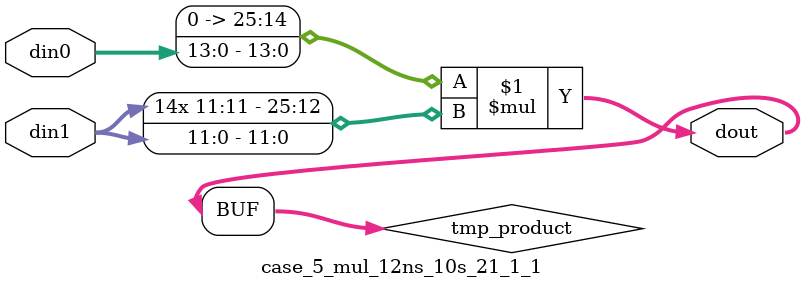
<source format=v>

`timescale 1 ns / 1 ps

 (* use_dsp = "no" *)  module case_5_mul_12ns_10s_21_1_1(din0, din1, dout);
parameter ID = 1;
parameter NUM_STAGE = 0;
parameter din0_WIDTH = 14;
parameter din1_WIDTH = 12;
parameter dout_WIDTH = 26;

input [din0_WIDTH - 1 : 0] din0; 
input [din1_WIDTH - 1 : 0] din1; 
output [dout_WIDTH - 1 : 0] dout;

wire signed [dout_WIDTH - 1 : 0] tmp_product;

























assign tmp_product = $signed({1'b0, din0}) * $signed(din1);










assign dout = tmp_product;





















endmodule

</source>
